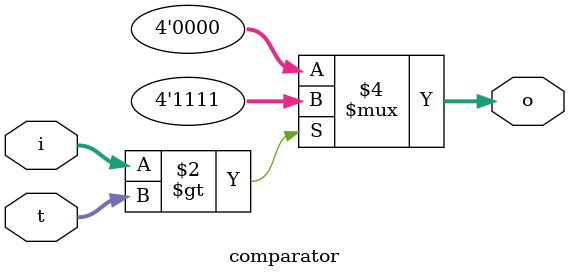
<source format=v>
`timescale 1ns / 1ps
module comparator(i,o,t);
input [3:0]i,t;

output reg [3:0]o;

always @(*)
begin
if (i >t)
begin
 o <= 4'b1111; 
 end
 else 
 begin  o <= 4'b0000; end
end 
    


endmodule

</source>
